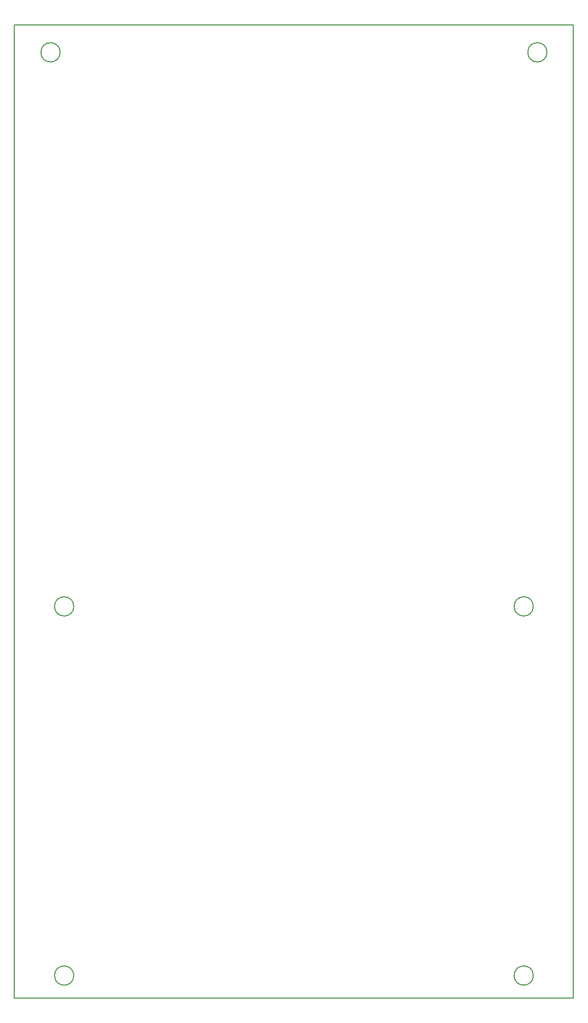
<source format=gm1>
G04 #@! TF.GenerationSoftware,KiCad,Pcbnew,(5.1.9)-1*
G04 #@! TF.CreationDate,2021-01-16T22:32:26-07:00*
G04 #@! TF.ProjectId,purplewizard-pogo,70757270-6c65-4776-997a-6172642d706f,1*
G04 #@! TF.SameCoordinates,Original*
G04 #@! TF.FileFunction,Profile,NP*
%FSLAX46Y46*%
G04 Gerber Fmt 4.6, Leading zero omitted, Abs format (unit mm)*
G04 Created by KiCad (PCBNEW (5.1.9)-1) date 2021-01-16 22:32:26*
%MOMM*%
%LPD*%
G01*
G04 APERTURE LIST*
G04 #@! TA.AperFunction,Profile*
%ADD10C,0.150000*%
G04 #@! TD*
G04 APERTURE END LIST*
D10*
X133955600Y-176643600D02*
G75*
G03*
X133955600Y-176643600I-1600000J0D01*
G01*
X210455600Y-176643600D02*
G75*
G03*
X210455600Y-176643600I-1600000J0D01*
G01*
X124085600Y-18413600D02*
X124085600Y-180413600D01*
X217125600Y-18413600D02*
X124085600Y-18413600D01*
X217125600Y-18413600D02*
X217125600Y-180413600D01*
X124085600Y-180413600D02*
X217125600Y-180413600D01*
X131685600Y-22983600D02*
G75*
G03*
X131685600Y-22983600I-1600000J0D01*
G01*
X212725600Y-22983600D02*
G75*
G03*
X212725600Y-22983600I-1600000J0D01*
G01*
X210455600Y-115203600D02*
G75*
G03*
X210455600Y-115203600I-1600000J0D01*
G01*
X133955600Y-115203600D02*
G75*
G03*
X133955600Y-115203600I-1600000J0D01*
G01*
M02*

</source>
